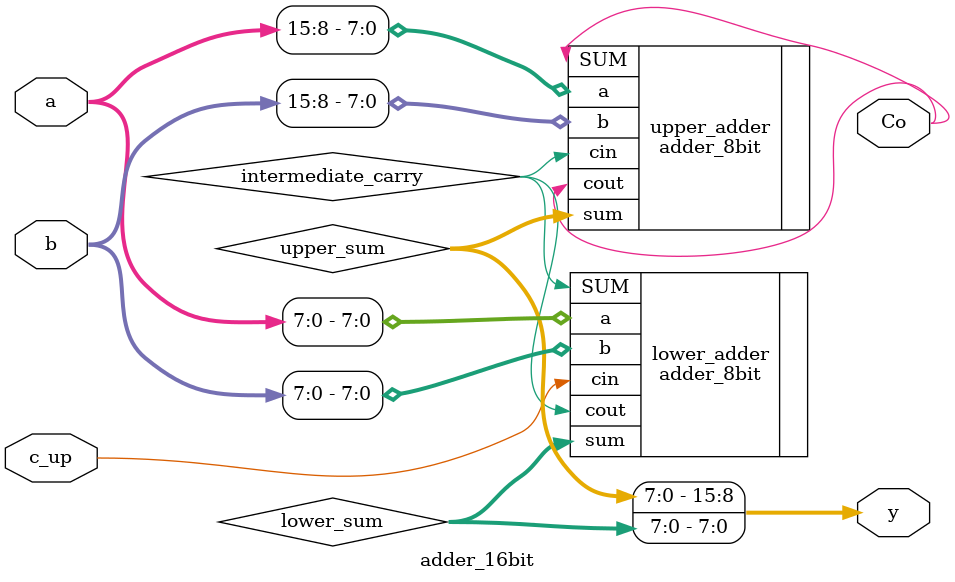
<source format=v>
module adder_16bit (
    input [15:0] a,
    input [15:0] b,
    input c_up,
    output [15:0] y,
    output Co
);

// Using previously defined adder_8bit
wire intermediate_carry;
wire [7:0] lower_sum, upper_sum;

adder_8bit lower_adder (
    .a(a[7:0]),
    .b(b[7:0]),
    .cin(c_up),
    .sum(lower_sum),
    .SUM(intermediate_carry),
    .cout(intermediate_carry)  // This will act as cin for the upper adder
);

adder_8bit upper_adder (
    .a(a[15:8]),
    .b(b[15:8]),
    .cin(intermediate_carry),
    .sum(upper_sum),
    .SUM(Co),
    .cout(Co)  // The final carry out
);

// Combining the 8-bit results to form 16-bit output
assign y = {upper_sum, lower_sum};

endmodule

</source>
